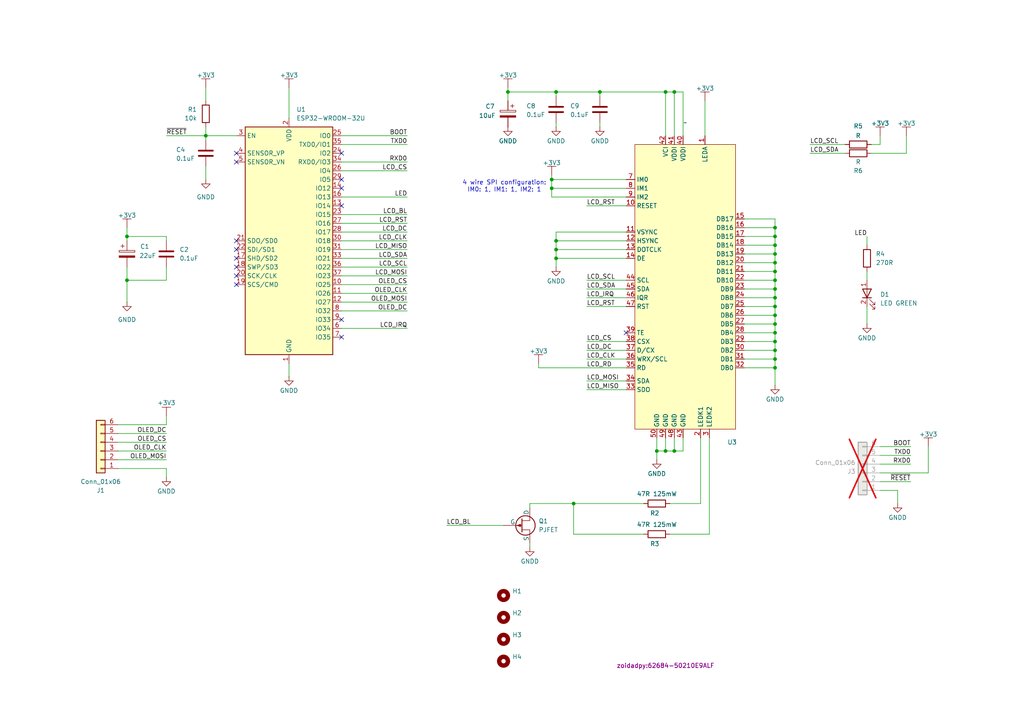
<source format=kicad_sch>
(kicad_sch (version 20250114) (generator "eeschema") (generator_version "9.0")
  (paper "A4")
  (lib_symbols
    (symbol "Connector_Generic:Conn_01x06" (pin_names (offset 1.016) (hide yes))
      (property "Reference" "J" (at 0 7.62 0))
      (property "Value" "Conn_01x06" (at 0 -10.16 0))
      (symbol "Conn_01x06_1_1"
        (rectangle (start -1.27 6.35) (end 1.27 -8.89) (stroke (width 0.254)) (fill (type background)))
        (rectangle (start -1.27 5.207) (end 0 4.953) (stroke (width 0.1524)))
        (rectangle (start -1.27 2.667) (end 0 2.413) (stroke (width 0.1524)))
        (rectangle (start -1.27 0.127) (end 0 -0.127) (stroke (width 0.1524)))
        (rectangle (start -1.27 -2.413) (end 0 -2.667) (stroke (width 0.1524)))
        (rectangle (start -1.27 -4.953) (end 0 -5.207) (stroke (width 0.1524)))
        (rectangle (start -1.27 -7.493) (end 0 -7.747) (stroke (width 0.1524)))
        (pin passive line (at -5.08 5.08 0) (length 3.81) (name "Pin_1") (number "1"))
        (pin passive line (at -5.08 2.54 0) (length 3.81) (name "Pin_2") (number "2"))
        (pin passive line (at -5.08 0 0) (length 3.81) (name "Pin_3") (number "3"))
        (pin passive line (at -5.08 -2.54 0) (length 3.81) (name "Pin_4") (number "4"))
        (pin passive line (at -5.08 -5.08 0) (length 3.81) (name "Pin_5") (number "5"))
        (pin passive line (at -5.08 -7.62 0) (length 3.81) (name "Pin_6") (number "6"))
      )
    )
    (symbol "Device:C" (pin_numbers (hide yes)) (pin_names (offset 0.254))
      (property "Reference" "C" (at 0.635 2.54 0))
      (property "Value" "C" (at 0.635 -2.54 0))
      (symbol "C_0_1"
        (polyline (pts (xy -2.032 0.762) (xy 2.032 0.762)) (stroke (width 0.508)))
        (polyline (pts (xy -2.032 -0.762) (xy 2.032 -0.762)) (stroke (width 0.508)))
      )
      (symbol "C_1_1"
        (pin passive line (at 0 3.81 270) (length 2.794) (name "~") (number "1"))
        (pin passive line (at 0 -3.81 90) (length 2.794) (name "~") (number "2"))
      )
    )
    (symbol "Device:C_Polarized" (pin_numbers (hide yes)) (pin_names (offset 0.254))
      (property "Reference" "C" (at 0.635 2.54 0))
      (property "Value" "C_Polarized" (at 0.635 -2.54 0))
      (symbol "C_Polarized_0_1"
        (rectangle (start -2.286 0.508) (end 2.286 1.016))
        (polyline (pts (xy -1.778 2.286) (xy -0.762 2.286)))
        (polyline (pts (xy -1.27 2.794) (xy -1.27 1.778)))
        (rectangle (start 2.286 -0.508) (end -2.286 -1.016) (fill (type outline)))
      )
      (symbol "C_Polarized_1_1"
        (pin passive line (at 0 3.81 270) (length 2.794) (name "~") (number "1"))
        (pin passive line (at 0 -3.81 90) (length 2.794) (name "~") (number "2"))
      )
    )
    (symbol "Device:LED" (pin_names (offset 1.016) (hide yes))
      (property "Reference" "D?" (at 3.81 -0.3174 90))
      (property "Value" "LED" (at 3.81 -2.8574 90))
      (symbol "LED_0_1"
        (polyline (pts (xy -3.048 -0.762) (xy -4.572 -2.286) (xy -3.81 -2.286) (xy -4.572 -2.286) (xy -4.572 -1.524)))
        (polyline (pts (xy -1.778 -0.762) (xy -3.302 -2.286) (xy -2.54 -2.286) (xy -3.302 -2.286) (xy -3.302 -1.524)))
        (polyline (pts (xy -1.27 0) (xy 1.27 0)))
        (polyline (pts (xy -1.27 -1.27) (xy -1.27 1.27)) (stroke (width 0.254)))
        (polyline (pts (xy 1.27 -1.27) (xy 1.27 1.27) (xy -1.27 0) (xy 1.27 -1.27)) (stroke (width 0.254)))
      )
      (symbol "LED_1_1"
        (pin passive line (at -3.81 0 0) (length 2.54) (name "K") (number "2"))
        (pin passive line (at 3.81 0 180) (length 2.54) (name "A") (number "1"))
      )
    )
    (symbol "Device:R" (pin_numbers (hide yes)) (pin_names (offset 0))
      (property "Reference" "R" (at 2.032 0 90))
      (property "Value" "R" (at 0 0 90))
      (symbol "R_0_1"
        (rectangle (start -1.016 -2.54) (end 1.016 2.54) (stroke (width 0.254)))
      )
      (symbol "R_1_1"
        (pin passive line (at 0 3.81 270) (length 1.27) (name "~") (number "1"))
        (pin passive line (at 0 -3.81 90) (length 1.27) (name "~") (number "2"))
      )
    )
    (symbol "Mechanical:MountingHole" (pin_names (offset 1.016)) (in_bom no)
      (property "Reference" "H" (at 0 5.08 0))
      (property "Value" "MountingHole" (at 0 3.175 0))
      (symbol "MountingHole_0_1"
        (circle (center 0 0) (radius 1.27) (stroke (width 1.27)))
      )
    )
    (symbol "RF_Module:ESP32-WROOM-32U"
      (property "Reference" "U" (at -12.7 34.29 0))
      (property "Value" "ESP32-WROOM-32U" (at 1.27 34.29 0))
      (symbol "ESP32-WROOM-32U_0_1"
        (rectangle (start -12.7 33.02) (end 12.7 -33.02) (stroke (width 0.254)) (fill (type background)))
      )
      (symbol "ESP32-WROOM-32U_1_1"
        (pin input line (at -15.24 30.48 0) (length 2.54) (name "EN") (number "3"))
        (pin input line (at -15.24 25.4 0) (length 2.54) (name "SENSOR_VP") (number "4"))
        (pin input line (at -15.24 22.86 0) (length 2.54) (name "SENSOR_VN") (number "5"))
        (pin bidirectional line (at -15.24 0 0) (length 2.54) (name "SDO/SD0") (number "21"))
        (pin bidirectional line (at -15.24 -2.54 0) (length 2.54) (name "SDI/SD1") (number "22"))
        (pin bidirectional line (at -15.24 -5.08 0) (length 2.54) (name "SHD/SD2") (number "17"))
        (pin bidirectional line (at -15.24 -7.62 0) (length 2.54) (name "SWP/SD3") (number "18"))
        (pin bidirectional line (at -15.24 -10.16 0) (length 2.54) (name "SCK/CLK") (number "20"))
        (pin bidirectional line (at -15.24 -12.7 0) (length 2.54) (name "SCS/CMD") (number "19"))
        (pin no_connect line (at -12.7 -27.94 0) (length 2.54) (hide yes) (name "NC") (number "32"))
        (pin power_in line (at 0 35.56 270) (length 2.54) (name "VDD") (number "2"))
        (pin power_in line (at 0 -35.56 90) (length 2.54) (name "GND") (number "1"))
        (pin passive line (at 0 -35.56 90) (length 2.54) (hide yes) (name "GND") (number "15"))
        (pin passive line (at 0 -35.56 90) (length 2.54) (hide yes) (name "GND") (number "38"))
        (pin passive line (at 0 -35.56 90) (length 2.54) (hide yes) (name "GND") (number "39"))
        (pin bidirectional line (at 15.24 30.48 180) (length 2.54) (name "IO0") (number "25"))
        (pin bidirectional line (at 15.24 27.94 180) (length 2.54) (name "TXD0/IO1") (number "35"))
        (pin bidirectional line (at 15.24 25.4 180) (length 2.54) (name "IO2") (number "24"))
        (pin bidirectional line (at 15.24 22.86 180) (length 2.54) (name "RXD0/IO3") (number "34"))
        (pin bidirectional line (at 15.24 20.32 180) (length 2.54) (name "IO4") (number "26"))
        (pin bidirectional line (at 15.24 17.78 180) (length 2.54) (name "IO5") (number "29"))
        (pin bidirectional line (at 15.24 15.24 180) (length 2.54) (name "IO12") (number "14"))
        (pin bidirectional line (at 15.24 12.7 180) (length 2.54) (name "IO13") (number "16"))
        (pin bidirectional line (at 15.24 10.16 180) (length 2.54) (name "IO14") (number "13"))
        (pin bidirectional line (at 15.24 7.62 180) (length 2.54) (name "IO15") (number "23"))
        (pin bidirectional line (at 15.24 5.08 180) (length 2.54) (name "IO16") (number "27"))
        (pin bidirectional line (at 15.24 2.54 180) (length 2.54) (name "IO17") (number "28"))
        (pin bidirectional line (at 15.24 0 180) (length 2.54) (name "IO18") (number "30"))
        (pin bidirectional line (at 15.24 -2.54 180) (length 2.54) (name "IO19") (number "31"))
        (pin bidirectional line (at 15.24 -5.08 180) (length 2.54) (name "IO21") (number "33"))
        (pin bidirectional line (at 15.24 -7.62 180) (length 2.54) (name "IO22") (number "36"))
        (pin bidirectional line (at 15.24 -10.16 180) (length 2.54) (name "IO23") (number "37"))
        (pin bidirectional line (at 15.24 -12.7 180) (length 2.54) (name "IO25") (number "10"))
        (pin bidirectional line (at 15.24 -15.24 180) (length 2.54) (name "IO26") (number "11"))
        (pin bidirectional line (at 15.24 -17.78 180) (length 2.54) (name "IO27") (number "12"))
        (pin bidirectional line (at 15.24 -20.32 180) (length 2.54) (name "IO32") (number "8"))
        (pin bidirectional line (at 15.24 -22.86 180) (length 2.54) (name "IO33") (number "9"))
        (pin input line (at 15.24 -25.4 180) (length 2.54) (name "IO34") (number "6"))
        (pin input line (at 15.24 -27.94 180) (length 2.54) (name "IO35") (number "7"))
      )
    )
    (symbol "Simulation_SPICE:PJFET" (pin_numbers (hide yes)) (pin_names (offset 0))
      (property "Reference" "Q" (at 5.08 1.27 0))
      (property "Value" "PJFET" (at 5.08 -1.27 0))
      (symbol "PJFET_0_1"
        (polyline (pts (xy -1.143 0) (xy -0.127 0.381) (xy -0.127 -0.381) (xy -1.143 0)) (fill (type outline)))
        (polyline (pts (xy 0.254 1.905) (xy 0.254 -1.905) (xy 0.254 -1.905)) (stroke (width 0.254)))
        (circle (center 1.27 0) (radius 2.8194) (stroke (width 0.254)))
        (polyline (pts (xy 2.54 2.54) (xy 2.54 1.397) (xy 0.254 1.397)))
        (polyline (pts (xy 2.54 -2.54) (xy 2.54 -1.27) (xy 0.254 -1.27)))
      )
      (symbol "PJFET_1_1"
        (pin input line (at -5.08 0 0) (length 5.334) (name "G") (number "2"))
        (pin passive line (at 2.54 5.08 270) (length 2.54) (name "D") (number "1"))
        (pin passive line (at 2.54 -5.08 90) (length 2.54) (name "S") (number "3"))
      )
    )
    (symbol "power:+3V3" (power) (pin_names (offset 0))
      (property "Value" "+3V3" (at 0 3.556 0))
      (symbol "+3V3_0_1"
        (polyline (pts (xy -1.27 2.54) (xy 0 2.54)))
        (polyline (pts (xy 0 2.54) (xy 1.27 2.54)))
        (polyline (pts (xy 0 0) (xy 0 2.54)))
      )
      (symbol "+3V3_1_1"
        (pin power_in line (at 0 0 90) (length 0) (hide yes) (name "+3V3") (number "1"))
      )
    )
    (symbol "power:GND" (power) (pin_numbers (hide yes)) (pin_names (offset 0) (hide yes))
      (property "Value" "GND" (at 0 -3.81 0))
      (symbol "GND_0_1"
        (polyline (pts (xy 0 0) (xy 0 -1.27) (xy 1.27 -1.27) (xy 0 -2.54) (xy -1.27 -1.27) (xy 0 -1.27)))
      )
      (symbol "GND_1_1"
        (pin power_in line (at 0 0 270) (length 0) (name "~") (number "1"))
      )
    )
    (symbol "zoiadpy:ER-TFT035-6"
      (property "Reference" "U" (at 0 0 0))
      (symbol "ER-TFT035-6_1_0"
        (pin input line (at -11.43 140.97 0) (length 2.54) (name "IM0") (number "7"))
        (pin input line (at -11.43 138.43 0) (length 2.54) (name "IM1") (number "8"))
        (pin input line (at -11.43 135.89 0) (length 2.54) (name "IM2") (number "9"))
        (pin input line (at -11.43 133.35 0) (length 2.54) (name "RESET") (number "10"))
        (pin input line (at -11.43 125.73 0) (length 2.54) (name "VSYNC") (number "11"))
        (pin input line (at -11.43 123.19 0) (length 2.54) (name "HSYNC") (number "12"))
        (pin input line (at -11.43 120.65 0) (length 2.54) (name "DOTCLK") (number "13"))
        (pin input line (at -11.43 118.11 0) (length 2.54) (name "DE") (number "14"))
        (pin input line (at -11.43 111.76 0) (length 2.54) (name "SCL") (number "44"))
        (pin input line (at -11.43 109.22 0) (length 2.54) (name "SDA") (number "45"))
        (pin input line (at -11.43 106.68 0) (length 2.54) (name "IQR") (number "46"))
        (pin input line (at -11.43 104.14 0) (length 2.54) (name "RST") (number "47"))
        (pin input line (at -11.43 96.52 0) (length 2.54) (name "TE") (number "39"))
        (pin input line (at -11.43 93.98 0) (length 2.54) (name "CSX") (number "38"))
        (pin input line (at -11.43 91.44 0) (length 2.54) (name "D/CX") (number "37"))
        (pin input line (at -11.43 88.9 0) (length 2.54) (name "WRX/SCL") (number "36"))
        (pin input line (at -11.43 86.36 0) (length 2.54) (name "RD") (number "35"))
        (pin input line (at -11.43 82.55 0) (length 2.54) (name "SDA") (number "34"))
        (pin input line (at -11.43 80.01 0) (length 2.54) (name "SDO") (number "33"))
        (pin input line (at -2.54 66.04 90) (length 2.54) (name "GND") (number "50"))
        (pin input line (at 0 153.67 270) (length 2.54) (name "VCI") (number "42"))
        (pin input line (at 0 66.04 90) (length 2.54) (name "GND") (number "49"))
        (pin input line (at 2.54 153.67 270) (length 2.54) (name "VDDI") (number "41"))
        (pin input line (at 2.54 66.04 90) (length 2.54) (name "GND") (number "48"))
        (pin input line (at 5.08 153.67 270) (length 2.54) (name "VDDI") (number "40"))
        (pin input line (at 5.08 66.04 90) (length 2.54) (name "GND") (number "43"))
        (pin output line (at 12.7 66.04 90) (length 2.54) (name "LEDK2") (number "3"))
        (pin no_connect line (at 22.86 143.51 180) (length 2.54) (hide yes) (name "NC") (number "6"))
        (pin no_connect line (at 22.86 140.97 180) (length 2.54) (hide yes) (name "NC") (number "5"))
        (pin no_connect line (at 22.86 138.43 180) (length 2.54) (hide yes) (name "NC") (number "4"))
        (pin input line (at 22.86 129.54 180) (length 2.54) (name "DB17") (number "15"))
        (pin input line (at 22.86 127 180) (length 2.54) (name "DB16") (number "16"))
        (pin input line (at 22.86 124.46 180) (length 2.54) (name "DB15") (number "17"))
        (pin input line (at 22.86 121.92 180) (length 2.54) (name "DB14") (number "18"))
        (pin input line (at 22.86 119.38 180) (length 2.54) (name "DB13") (number "19"))
        (pin input line (at 22.86 116.84 180) (length 2.54) (name "DB12") (number "20"))
        (pin input line (at 22.86 114.3 180) (length 2.54) (name "DB11") (number "21"))
        (pin input line (at 22.86 111.76 180) (length 2.54) (name "DB10") (number "22"))
        (pin input line (at 22.86 109.22 180) (length 2.54) (name "DB9") (number "23"))
        (pin input line (at 22.86 106.68 180) (length 2.54) (name "DB8") (number "24"))
        (pin input line (at 22.86 104.14 180) (length 2.54) (name "DB7") (number "25"))
        (pin input line (at 22.86 101.6 180) (length 2.54) (name "DB6") (number "26"))
        (pin input line (at 22.86 99.06 180) (length 2.54) (name "DB5") (number "27"))
        (pin input line (at 22.86 96.52 180) (length 2.54) (name "DB4") (number "28"))
        (pin input line (at 22.86 93.98 180) (length 2.54) (name "DB3") (number "29"))
        (pin input line (at 22.86 91.44 180) (length 2.54) (name "DB2") (number "30"))
        (pin input line (at 22.86 88.9 180) (length 2.54) (name "DB1") (number "31"))
        (pin input line (at 22.86 86.36 180) (length 2.54) (name "DB0") (number "32"))
      )
      (symbol "ER-TFT035-6_1_1"
        (rectangle (start -8.89 151.13) (end 20.32 68.58) (fill (type background)))
        (pin output line (at 10.16 66.04 90) (length 2.54) (name "LEDK1") (number "2"))
        (pin output line (at 11.43 153.67 270) (length 2.54) (name "LEDA") (number "1"))
      )
    )
  )
  (text "4 wire SPI configuration:\nIM0: 1, IM1: 1, IM2: 1" (at 146.304 54.102 0) (effects (font (size 1.27 1.27))))
  (junction (at 59.69 39.37))
  (junction (at 224.79 104.14))
  (junction (at 160.02 54.61))
  (junction (at 147.32 26.67))
  (junction (at 195.58 26.67))
  (junction (at 161.29 74.93))
  (junction (at 224.79 81.28))
  (junction (at 36.83 81.28))
  (junction (at 224.79 73.66))
  (junction (at 224.79 86.36))
  (junction (at 224.79 91.44))
  (junction (at 224.79 68.58))
  (junction (at 36.83 68.58))
  (junction (at 160.02 52.07))
  (junction (at 195.58 130.81))
  (junction (at 161.29 69.85))
  (junction (at 224.79 66.04))
  (junction (at 224.79 101.6))
  (junction (at 224.79 96.52))
  (junction (at 166.37 146.05))
  (junction (at 193.04 26.67))
  (junction (at 224.79 76.2))
  (junction (at 224.79 106.68))
  (junction (at 224.79 83.82))
  (junction (at 193.04 130.81))
  (junction (at 161.29 26.67))
  (junction (at 224.79 71.12))
  (junction (at 224.79 88.9))
  (junction (at 224.79 99.06))
  (junction (at 224.79 93.98))
  (junction (at 190.5 130.81))
  (junction (at 161.29 72.39))
  (junction (at 224.79 78.74))
  (junction (at 173.99 26.67))
  (no_connect (at 68.58 80.01))
  (no_connect (at 99.06 59.69))
  (no_connect (at 68.58 82.55))
  (no_connect (at 99.06 92.71))
  (no_connect (at 99.06 52.07))
  (no_connect (at 99.06 44.45))
  (no_connect (at 308.61 118.11))
  (no_connect (at 181.61 96.52))
  (no_connect (at 99.06 97.79))
  (no_connect (at 68.58 46.99))
  (no_connect (at 68.58 44.45))
  (no_connect (at 68.58 72.39))
  (no_connect (at 68.58 74.93))
  (no_connect (at 99.06 54.61))
  (no_connect (at 68.58 77.47))
  (no_connect (at 68.58 69.85))
  (wire (pts (xy 224.79 88.9) (xy 224.79 91.44)))
  (wire (pts (xy 252.73 44.45) (xy 262.89 44.45)))
  (wire (pts (xy 99.06 80.01) (xy 118.11 80.01)))
  (wire (pts (xy 262.89 39.37) (xy 262.89 44.45)))
  (wire (pts (xy 36.83 68.58) (xy 36.83 69.85)))
  (wire (pts (xy 215.9 68.58) (xy 224.79 68.58)))
  (wire (pts (xy 255.27 41.91) (xy 252.73 41.91)))
  (wire (pts (xy 173.99 26.67) (xy 173.99 27.94)))
  (wire (pts (xy 48.26 39.37) (xy 59.69 39.37)))
  (wire (pts (xy 198.12 39.37) (xy 198.12 26.67)))
  (wire (pts (xy 195.58 130.81) (xy 193.04 130.81)))
  (wire (pts (xy 195.58 26.67) (xy 193.04 26.67)))
  (wire (pts (xy 170.18 113.03) (xy 181.61 113.03)))
  (wire (pts (xy 99.06 74.93) (xy 118.11 74.93)))
  (wire (pts (xy 193.04 130.81) (xy 190.5 130.81)))
  (wire (pts (xy 48.26 135.89) (xy 34.29 135.89)))
  (wire (pts (xy 224.79 93.98) (xy 224.79 96.52)))
  (wire (pts (xy 161.29 36.83) (xy 161.29 35.56)))
  (wire (pts (xy 161.29 67.31) (xy 161.29 69.85)))
  (wire (pts (xy 170.18 101.6) (xy 181.61 101.6)))
  (wire (pts (xy 156.21 106.68) (xy 181.61 106.68)))
  (wire (pts (xy 224.79 101.6) (xy 224.79 104.14)))
  (wire (pts (xy 215.9 71.12) (xy 224.79 71.12)))
  (wire (pts (xy 160.02 54.61) (xy 181.61 54.61)))
  (wire (pts (xy 118.11 46.99) (xy 99.06 46.99)))
  (wire (pts (xy 193.04 26.67) (xy 173.99 26.67)))
  (wire (pts (xy 59.69 39.37) (xy 68.58 39.37)))
  (wire (pts (xy 59.69 39.37) (xy 59.69 40.64)))
  (wire (pts (xy 161.29 69.85) (xy 161.29 72.39)))
  (wire (pts (xy 215.9 88.9) (xy 224.79 88.9)))
  (wire (pts (xy 166.37 146.05) (xy 153.67 146.05)))
  (wire (pts (xy 161.29 72.39) (xy 181.61 72.39)))
  (wire (pts (xy 251.46 68.58) (xy 251.46 71.12)))
  (wire (pts (xy 170.18 88.9) (xy 181.61 88.9)))
  (wire (pts (xy 193.04 26.67) (xy 193.04 39.37)))
  (wire (pts (xy 36.83 81.28) (xy 48.26 81.28)))
  (wire (pts (xy 251.46 78.74) (xy 251.46 81.28)))
  (wire (pts (xy 99.06 64.77) (xy 118.11 64.77)))
  (wire (pts (xy 224.79 81.28) (xy 224.79 83.82)))
  (wire (pts (xy 129.54 152.4) (xy 146.05 152.4)))
  (wire (pts (xy 160.02 54.61) (xy 160.02 57.15)))
  (wire (pts (xy 147.32 29.21) (xy 147.32 26.67)))
  (wire (pts (xy 83.82 25.4) (xy 83.82 34.29)))
  (wire (pts (xy 224.79 91.44) (xy 224.79 93.98)))
  (wire (pts (xy 195.58 127) (xy 195.58 130.81)))
  (wire (pts (xy 160.02 57.15) (xy 181.61 57.15)))
  (wire (pts (xy 161.29 26.67) (xy 161.29 27.94)))
  (wire (pts (xy 215.9 81.28) (xy 224.79 81.28)))
  (wire (pts (xy 36.83 66.04) (xy 36.83 68.58)))
  (wire (pts (xy 205.74 127) (xy 205.74 154.94)))
  (wire (pts (xy 224.79 99.06) (xy 224.79 101.6)))
  (wire (pts (xy 36.83 81.28) (xy 36.83 87.63)))
  (wire (pts (xy 215.9 93.98) (xy 224.79 93.98)))
  (wire (pts (xy 161.29 74.93) (xy 161.29 72.39)))
  (wire (pts (xy 99.06 72.39) (xy 118.11 72.39)))
  (wire (pts (xy 34.29 133.35) (xy 48.26 133.35)))
  (wire (pts (xy 118.11 41.91) (xy 99.06 41.91)))
  (wire (pts (xy 215.9 99.06) (xy 224.79 99.06)))
  (wire (pts (xy 160.02 52.07) (xy 160.02 54.61)))
  (wire (pts (xy 215.9 106.68) (xy 224.79 106.68)))
  (wire (pts (xy 203.2 127) (xy 203.2 146.05)))
  (wire (pts (xy 255.27 134.62) (xy 264.16 134.62)))
  (wire (pts (xy 83.82 105.41) (xy 83.82 109.22)))
  (wire (pts (xy 224.79 71.12) (xy 224.79 73.66)))
  (wire (pts (xy 147.32 25.4) (xy 147.32 26.67)))
  (wire (pts (xy 215.9 86.36) (xy 224.79 86.36)))
  (wire (pts (xy 203.2 146.05) (xy 194.31 146.05)))
  (wire (pts (xy 255.27 129.54) (xy 264.16 129.54)))
  (wire (pts (xy 99.06 67.31) (xy 118.11 67.31)))
  (wire (pts (xy 166.37 146.05) (xy 166.37 154.94)))
  (wire (pts (xy 170.18 81.28) (xy 181.61 81.28)))
  (wire (pts (xy 224.79 83.82) (xy 224.79 86.36)))
  (wire (pts (xy 215.9 96.52) (xy 224.79 96.52)))
  (wire (pts (xy 118.11 39.37) (xy 99.06 39.37)))
  (wire (pts (xy 48.26 77.47) (xy 48.26 81.28)))
  (wire (pts (xy 269.24 129.54) (xy 269.24 137.16)))
  (wire (pts (xy 215.9 66.04) (xy 224.79 66.04)))
  (wire (pts (xy 186.69 146.05) (xy 166.37 146.05)))
  (wire (pts (xy 153.67 146.05) (xy 153.67 147.32)))
  (wire (pts (xy 48.26 68.58) (xy 48.26 69.85)))
  (wire (pts (xy 251.46 88.9) (xy 251.46 93.98)))
  (wire (pts (xy 215.9 104.14) (xy 224.79 104.14)))
  (wire (pts (xy 173.99 36.83) (xy 173.99 35.56)))
  (wire (pts (xy 205.74 154.94) (xy 194.31 154.94)))
  (wire (pts (xy 190.5 130.81) (xy 190.5 133.35)))
  (wire (pts (xy 99.06 77.47) (xy 118.11 77.47)))
  (wire (pts (xy 99.06 57.15) (xy 118.11 57.15)))
  (wire (pts (xy 160.02 50.8) (xy 160.02 52.07)))
  (wire (pts (xy 269.24 137.16) (xy 255.27 137.16)))
  (wire (pts (xy 215.9 73.66) (xy 224.79 73.66)))
  (wire (pts (xy 255.27 142.24) (xy 260.35 142.24)))
  (wire (pts (xy 255.27 39.37) (xy 255.27 41.91)))
  (wire (pts (xy 170.18 104.14) (xy 181.61 104.14)))
  (wire (pts (xy 48.26 138.43) (xy 48.26 135.89)))
  (wire (pts (xy 215.9 83.82) (xy 224.79 83.82)))
  (wire (pts (xy 160.02 52.07) (xy 181.61 52.07)))
  (wire (pts (xy 99.06 69.85) (xy 118.11 69.85)))
  (wire (pts (xy 170.18 59.69) (xy 181.61 59.69)))
  (wire (pts (xy 198.12 127) (xy 198.12 130.81)))
  (wire (pts (xy 224.79 86.36) (xy 224.79 88.9)))
  (wire (pts (xy 170.18 110.49) (xy 181.61 110.49)))
  (wire (pts (xy 224.79 106.68) (xy 224.79 111.76)))
  (wire (pts (xy 59.69 48.26) (xy 59.69 52.07)))
  (wire (pts (xy 156.21 105.41) (xy 156.21 106.68)))
  (wire (pts (xy 234.95 44.45) (xy 245.11 44.45)))
  (wire (pts (xy 161.29 26.67) (xy 173.99 26.67)))
  (wire (pts (xy 215.9 63.5) (xy 224.79 63.5)))
  (wire (pts (xy 224.79 68.58) (xy 224.79 71.12)))
  (wire (pts (xy 161.29 69.85) (xy 181.61 69.85)))
  (wire (pts (xy 34.29 128.27) (xy 48.26 128.27)))
  (wire (pts (xy 260.35 142.24) (xy 260.35 146.05)))
  (wire (pts (xy 99.06 85.09) (xy 118.11 85.09)))
  (wire (pts (xy 255.27 139.7) (xy 264.16 139.7)))
  (wire (pts (xy 48.26 123.19) (xy 34.29 123.19)))
  (wire (pts (xy 99.06 82.55) (xy 118.11 82.55)))
  (wire (pts (xy 186.69 154.94) (xy 166.37 154.94)))
  (wire (pts (xy 198.12 130.81) (xy 195.58 130.81)))
  (wire (pts (xy 34.29 125.73) (xy 48.26 125.73)))
  (wire (pts (xy 215.9 76.2) (xy 224.79 76.2)))
  (wire (pts (xy 153.67 158.75) (xy 153.67 157.48)))
  (wire (pts (xy 170.18 83.82) (xy 181.61 83.82)))
  (wire (pts (xy 224.79 66.04) (xy 224.79 68.58)))
  (wire (pts (xy 170.18 86.36) (xy 181.61 86.36)))
  (wire (pts (xy 224.79 76.2) (xy 224.79 78.74)))
  (wire (pts (xy 190.5 127) (xy 190.5 130.81)))
  (wire (pts (xy 170.18 99.06) (xy 181.61 99.06)))
  (wire (pts (xy 215.9 101.6) (xy 224.79 101.6)))
  (wire (pts (xy 99.06 90.17) (xy 118.11 90.17)))
  (wire (pts (xy 99.06 49.53) (xy 118.11 49.53)))
  (wire (pts (xy 147.32 26.67) (xy 161.29 26.67)))
  (wire (pts (xy 204.47 29.21) (xy 204.47 39.37)))
  (wire (pts (xy 224.79 73.66) (xy 224.79 76.2)))
  (wire (pts (xy 195.58 39.37) (xy 195.58 26.67)))
  (wire (pts (xy 59.69 36.83) (xy 59.69 39.37)))
  (wire (pts (xy 181.61 67.31) (xy 161.29 67.31)))
  (wire (pts (xy 99.06 62.23) (xy 118.11 62.23)))
  (wire (pts (xy 255.27 132.08) (xy 264.16 132.08)))
  (wire (pts (xy 224.79 96.52) (xy 224.79 99.06)))
  (wire (pts (xy 36.83 68.58) (xy 48.26 68.58)))
  (wire (pts (xy 34.29 130.81) (xy 48.26 130.81)))
  (wire (pts (xy 215.9 91.44) (xy 224.79 91.44)))
  (wire (pts (xy 198.12 26.67) (xy 195.58 26.67)))
  (wire (pts (xy 193.04 127) (xy 193.04 130.81)))
  (wire (pts (xy 234.95 41.91) (xy 245.11 41.91)))
  (wire (pts (xy 99.06 87.63) (xy 118.11 87.63)))
  (wire (pts (xy 161.29 74.93) (xy 161.29 77.47)))
  (wire (pts (xy 48.26 120.65) (xy 48.26 123.19)))
  (wire (pts (xy 59.69 25.4) (xy 59.69 29.21)))
  (wire (pts (xy 161.29 74.93) (xy 181.61 74.93)))
  (wire (pts (xy 224.79 63.5) (xy 224.79 66.04)))
  (wire (pts (xy 224.79 104.14) (xy 224.79 106.68)))
  (wire (pts (xy 215.9 78.74) (xy 224.79 78.74)))
  (wire (pts (xy 224.79 78.74) (xy 224.79 81.28)))
  (wire (pts (xy 99.06 95.25) (xy 118.11 95.25)))
  (wire (pts (xy 36.83 77.47) (xy 36.83 81.28)))
  (label "LCD_MISO" (at 118.11 72.39 180))
  (label "OLED_MOSI" (at 48.26 133.35 180))
  (label "LCD_IRQ" (at 170.18 86.36 0))
  (label "LCD_MOSI" (at 118.11 80.01 180))
  (label "LCD_SCL" (at 170.18 81.28 0))
  (label "TXD0" (at 118.11 41.91 180))
  (label "OLED_DC" (at 118.11 90.17 180))
  (label "LCD_CLK" (at 118.11 69.85 180))
  (label "LCD_IRQ" (at 118.11 95.25 180))
  (label "RXD0" (at 118.11 46.99 180))
  (label "OLED_CLK" (at 48.26 130.81 180))
  (label "BOOT" (at 118.11 39.37 180))
  (label "LCD_DC" (at 170.18 101.6 0))
  (label "OLED_CS" (at 48.26 128.27 180))
  (label "LCD_SDA" (at 170.18 83.82 0))
  (label "LCD_MISO" (at 170.18 113.03 0))
  (label "~{RESET}" (at 264.16 139.7 180))
  (label "LCD_SCL" (at 234.95 41.91 0))
  (label "LCD_RST" (at 170.18 59.69 0))
  (label "LCD_MOSI" (at 170.18 110.49 0))
  (label "~{RESET}" (at 48.26 39.37 0))
  (label "OLED_MOSI" (at 118.11 87.63 180))
  (label "LCD_RST" (at 170.18 88.9 0))
  (label "OLED_CS" (at 118.11 82.55 180))
  (label "OLED_CLK" (at 118.11 85.09 180))
  (label "LCD_CS" (at 118.11 49.53 180))
  (label "LCD_RD" (at 170.18 106.68 0))
  (label "LCD_DC" (at 118.11 67.31 180))
  (label "LCD_BL" (at 129.54 152.4 0))
  (label "RXD0" (at 264.16 134.62 180))
  (label "LCD_BL" (at 118.11 62.23 180))
  (label "BOOT" (at 264.16 129.54 180))
  (label "TXD0" (at 264.16 132.08 180))
  (label "LCD_SDA" (at 118.11 74.93 180))
  (label "LCD_SDA" (at 234.95 44.45 0))
  (label "LCD_RST" (at 118.11 64.77 180))
  (label "OLED_DC" (at 48.26 125.73 180))
  (label "LED" (at 251.46 68.58 180))
  (label "LCD_CLK" (at 170.18 104.14 0))
  (label "LCD_SCL" (at 118.11 77.47 180))
  (label "LED" (at 118.11 57.15 180))
  (label "LCD_CS" (at 170.18 99.06 0))
  (symbol (lib_id "Mechanical:MountingHole") (at 146.05 185.42 0) (unit 1) (in_bom no)
    (property "Reference" "H3" (at 148.59 184.1499 0) (effects (justify left)))
    (property "Value" "MountingHole" (effects (hide yes)))
    (property "Footprint" "MountingHole:MountingHole_3.2mm_M3" (effects (hide yes)))
    (property "Description" "Mounting Hole without connection" (effects (hide yes)))
  )
  (symbol (lib_id "Mechanical:MountingHole") (at 146.05 191.77 0) (unit 1) (in_bom no)
    (property "Reference" "H4" (at 148.59 190.4999 0) (effects (justify left)))
    (property "Value" "MountingHole" (effects (hide yes)))
    (property "Footprint" "MountingHole:MountingHole_3.2mm_M3" (effects (hide yes)))
    (property "Description" "Mounting Hole without connection" (effects (hide yes)))
  )
  (symbol (lib_id "power:GND") (at 260.35 146.05 0) (mirror y) (unit 1)
    (property "Reference" "#PWR027" (effects (hide yes)))
    (property "Value" "GNDD" (at 260.35 150.1124 0))
  )
  (symbol (lib_id "power:GND") (at 224.79 111.76 0) (mirror y) (unit 1)
    (property "Reference" "#PWR025" (effects (hide yes)))
    (property "Value" "GNDD" (at 224.79 115.8224 0))
  )
  (symbol (lib_id "power:GND") (at 59.69 52.07 0) (unit 1)
    (property "Reference" "#PWR08" (effects (hide yes)))
    (property "Value" "GNDD" (at 59.69 57.15 0))
  )
  (symbol (lib_id "power:GND") (at 251.46 93.98 0) (mirror y) (unit 1)
    (property "Reference" "#PWR026" (effects (hide yes)))
    (property "Value" "GNDD" (at 251.46 98.0424 0))
  )
  (symbol (lib_id "Connector_Generic:Conn_01x06") (at 29.21 130.81 180) (unit 1)
    (property "Reference" "J1" (at 29.21 142.24 0))
    (property "Value" "Conn_01x06" (at 29.21 139.7 0))
    (property "Footprint" "Connector_PinHeader_2.54mm:PinHeader_1x06_P2.54mm_Horizontal" (effects (hide yes)))
    (property "Description" "Generic connector, single row, 01x06, script generated (kicad-library-utils/schlib/autogen/connector/)" (effects (hide yes)))
  )
  (symbol (lib_id "Device:C") (at 48.26 73.66 0) (unit 1)
    (property "Reference" "C2" (at 52.07 72.3899 0) (effects (justify left)))
    (property "Value" "0.1uF" (at 52.07 74.9299 0) (effects (justify left)))
    (property "Footprint" "Capacitor_SMD:C_0603_1608Metric" (effects (hide yes)))
    (property "Description" "0.1 µF ±10% 100V Ceramic Capacitor X7R 0603 (1608 Metric)" (effects (hide yes)))
    (property "Manufacturer" "Murata Electronics" (effects (hide yes)))
    (property "Manufacturer Product Number" "GRM188R72A104KA35D" (effects (hide yes)))
  )
  (symbol (lib_id "Device:R") (at 190.5 154.94 90) (mirror x) (unit 1)
    (property "Reference" "R3" (at 191.262 157.734 90) (effects (justify left)))
    (property "Value" "47R 125mW" (at 196.342 152.146 90) (effects (justify left)))
    (property "Footprint" "Resistor_SMD:R_0805_2012Metric" (effects (hide yes)))
    (property "Description" "Resistor" (effects (hide yes)))
  )
  (symbol (lib_id "Device:R") (at 248.92 44.45 90) (mirror x) (unit 1)
    (property "Reference" "R6" (at 248.92 49.53 90))
    (property "Value" "R" (at 248.92 46.99 90))
    (property "Footprint" "Resistor_SMD:R_0603_1608Metric" (effects (hide yes)))
    (property "Description" "Resistor" (effects (hide yes)))
  )
  (symbol (lib_id "RF_Module:ESP32-WROOM-32U") (at 83.82 69.85 0) (unit 1)
    (property "Reference" "U1" (at 85.9633 31.75 0) (effects (justify left)))
    (property "Value" "ESP32-WROOM-32U" (at 85.9633 34.29 0) (effects (justify left)))
    (property "Footprint" "RF_Module:ESP32-WROOM-32U" (effects (hide yes)))
    (property "Datasheet" "https://www.espressif.com/sites/default/files/documentation/esp32-wroom-32d_esp32-wroom-32u_datasheet_en.pdf" (effects (hide yes)))
    (property "Description" "RF Module, ESP32-D0WD SoC, Wi-Fi 802.11b/g/n, Bluetooth, BLE, 32-bit, 2.7-3.6V, external antenna, SMD" (effects (hide yes)))
  )
  (symbol (lib_id "power:GND") (at 161.29 77.47 0) (mirror y) (unit 1)
    (property "Reference" "#PWR021" (effects (hide yes)))
    (property "Value" "GNDD" (at 161.29 81.5324 0))
  )
  (symbol (lib_id "Device:C_Polarized") (at 147.32 33.02 0) (mirror y) (unit 1)
    (property "Reference" "C7" (at 143.51 30.8609 0) (effects (justify left)))
    (property "Value" "10uF" (at 143.764 33.528 0) (effects (justify left)))
    (property "Footprint" "Capacitor_Tantalum_SMD:CP_EIA-2012-12_Kemet-R" (effects (hide yes)))
    (property "Description" "CAP TANT 22UF 20% 6.3V 0805" (effects (hide yes)))
    (property "JLC" "C5674" (effects (hide yes)))
  )
  (symbol (lib_id "Device:LED") (at 251.46 85.09 90) (unit 1)
    (property "Reference" "D1" (at 255.27 85.4074 90) (effects (justify right)))
    (property "Value" "LED GREEN" (at 255.27 87.9474 90) (effects (justify right)))
    (property "Footprint" "LED_SMD:LED_0603_1608Metric" (effects (hide yes)))
  )
  (symbol (lib_id "power:GND") (at 83.82 109.22 0) (mirror y) (unit 1)
    (property "Reference" "#PWR011" (effects (hide yes)))
    (property "Value" "GNDD" (at 83.82 113.2824 0))
  )
  (symbol (lib_id "power:+3V3") (at 204.47 29.21 0) (unit 1)
    (property "Reference" "#PWR024" (effects (hide yes)))
    (property "Value" "+3V3" (at 204.47 25.6342 0))
  )
  (symbol (lib_id "Device:R") (at 248.92 41.91 90) (unit 1)
    (property "Reference" "R5" (at 248.92 36.576 90))
    (property "Value" "R" (at 248.92 39.37 90))
    (property "Footprint" "Resistor_SMD:R_0603_1608Metric" (effects (hide yes)))
    (property "Description" "Resistor" (effects (hide yes)))
  )
  (symbol (lib_id "power:GND") (at 161.29 36.83 0) (mirror y) (unit 1)
    (property "Reference" "#PWR020" (effects (hide yes)))
    (property "Value" "GNDD" (at 161.29 40.8924 0))
  )
  (symbol (lib_id "Device:R") (at 190.5 146.05 90) (mirror x) (unit 1)
    (property "Reference" "R2" (at 191.262 148.844 90) (effects (justify left)))
    (property "Value" "47R 125mW" (at 196.342 143.256 90) (effects (justify left)))
    (property "Footprint" "Resistor_SMD:R_0805_2012Metric" (effects (hide yes)))
    (property "Description" "Resistor" (effects (hide yes)))
  )
  (symbol (lib_id "power:GND") (at 153.67 158.75 0) (mirror y) (unit 1)
    (property "Reference" "#PWR017" (effects (hide yes)))
    (property "Value" "GNDD" (at 153.67 162.8124 0))
  )
  (symbol (lib_id "Device:R") (at 251.46 74.93 180) (unit 1)
    (property "Reference" "R4" (at 254 73.6599 0) (effects (justify right)))
    (property "Value" "270R" (at 254 76.1999 0) (effects (justify right)))
    (property "Footprint" "Resistor_SMD:R_0603_1608Metric" (effects (hide yes)))
    (property "Farnell" "2141320" (effects (hide yes)))
  )
  (symbol (lib_id "power:+3V3") (at 160.02 50.8 0) (unit 1)
    (property "Reference" "#PWR019" (effects (hide yes)))
    (property "Value" "+3V3" (at 160.02 47.2242 0))
  )
  (symbol (lib_id "Connector_Generic:Conn_01x06") (at 250.19 137.16 180) (unit 1) (in_bom no) (dnp yes)
    (property "Reference" "J3" (at 248.158 136.7247 0) (effects (justify left)))
    (property "Value" "Conn_01x06" (at 248.158 134.1878 0) (effects (justify left)))
    (property "Footprint" "Connector_PinHeader_2.54mm:PinHeader_1x06_P2.54mm_Vertical" (effects (hide yes)))
    (property "Description" "Connector Header Through Hole 6 position 0.100\" (2.54mm)" (effects (hide yes)))
    (property "Manufacturer" "Würth Elektronik" (effects (hide yes)))
    (property "Manufacturer Product Number" "61300611121" (effects (hide yes)))
  )
  (symbol (lib_id "power:GND") (at 36.83 87.63 0) (unit 1)
    (property "Reference" "#PWR02" (effects (hide yes)))
    (property "Value" "GNDD" (at 36.83 92.71 0))
  )
  (symbol (lib_id "power:GND") (at 48.26 138.43 0) (mirror y) (unit 1)
    (property "Reference" "#PWR05" (effects (hide yes)))
    (property "Value" "GNDD" (at 48.26 142.4924 0))
  )
  (symbol (lib_id "power:+3V3") (at 59.69 25.4 0) (unit 1)
    (property "Reference" "#PWR07" (effects (hide yes)))
    (property "Value" "+3V3" (at 59.69 21.8242 0))
  )
  (symbol (lib_id "Device:C_Polarized") (at 36.83 73.66 0) (unit 1)
    (property "Reference" "C1" (at 40.64 71.5009 0) (effects (justify left)))
    (property "Value" "22uF" (at 40.386 74.168 0) (effects (justify left)))
    (property "Footprint" "Capacitor_Tantalum_SMD:CP_EIA-2012-12_Kemet-R" (effects (hide yes)))
    (property "Description" "CAP TANT 22UF 20% 6.3V 0805" (effects (hide yes)))
    (property "JLC" "C5674" (effects (hide yes)))
  )
  (symbol (lib_id "power:+3V3") (at 255.27 39.37 0) (unit 1)
    (property "Reference" "#PWR029" (effects (hide yes)))
    (property "Value" "+3V3" (at 255.27 35.7942 0))
  )
  (symbol (lib_id "power:+3V3") (at 156.21 105.41 0) (unit 1)
    (property "Reference" "#PWR018" (effects (hide yes)))
    (property "Value" "+3V3" (at 156.21 101.8342 0))
  )
  (symbol (lib_id "power:+3V3") (at 48.26 120.65 0) (unit 1)
    (property "Reference" "#PWR04" (effects (hide yes)))
    (property "Value" "+3V3" (at 48.26 116.84 0))
  )
  (symbol (lib_id "Device:R") (at 59.69 33.02 0) (mirror x) (unit 1)
    (property "Reference" "R1" (at 57.15 31.7499 0) (effects (justify right)))
    (property "Value" "10k" (at 57.15 34.2899 0) (effects (justify right)))
    (property "Footprint" "Resistor_SMD:R_0603_1608Metric" (effects (hide yes)))
    (property "Description" "RES 59 OHM 1% 1/4W 0603" (effects (hide yes)))
    (property "Manufacturer" "TE Connectivity Passive Product" (effects (hide yes)))
  )
  (symbol (lib_id "power:GND") (at 147.32 36.83 0) (unit 1)
    (property "Reference" "#PWR016" (effects (hide yes)))
    (property "Value" "GNDD" (at 147.32 40.8924 0))
  )
  (symbol (lib_id "Mechanical:MountingHole") (at 146.05 172.72 0) (unit 1) (in_bom no)
    (property "Reference" "H1" (at 148.59 171.4499 0) (effects (justify left)))
    (property "Value" "MountingHole" (effects (hide yes)))
    (property "Footprint" "MountingHole:MountingHole_3.2mm_M3" (effects (hide yes)))
    (property "Description" "Mounting Hole without connection" (effects (hide yes)))
  )
  (symbol (lib_id "power:GND") (at 173.99 36.83 0) (mirror y) (unit 1)
    (property "Reference" "#PWR022" (effects (hide yes)))
    (property "Value" "GNDD" (at 173.99 40.8924 0))
  )
  (symbol (lib_id "power:+3V3") (at 147.32 25.4 0) (unit 1)
    (property "Reference" "#PWR015" (effects (hide yes)))
    (property "Value" "+3V3" (at 147.32 21.8242 0))
  )
  (symbol (lib_id "Device:C") (at 59.69 44.45 0) (unit 1)
    (property "Reference" "C4" (at 51.054 43.434 0) (effects (justify left)))
    (property "Value" "0.1uF" (at 51.054 45.974 0) (effects (justify left)))
    (property "Footprint" "Capacitor_SMD:C_0603_1608Metric" (effects (hide yes)))
    (property "Description" "0.1 µF ±10% 100V Ceramic Capacitor X7R 0603 (1608 Metric)" (effects (hide yes)))
    (property "Manufacturer" "Murata Electronics" (effects (hide yes)))
    (property "Manufacturer Product Number" "GRM188R72A104KA35D" (effects (hide yes)))
  )
  (symbol (lib_id "power:+3V3") (at 36.83 66.04 0) (unit 1)
    (property "Reference" "#PWR01" (effects (hide yes)))
    (property "Value" "+3V3" (at 36.83 62.4642 0))
  )
  (symbol (lib_id "Device:C") (at 161.29 31.75 0) (unit 1)
    (property "Reference" "C8" (at 152.654 30.734 0) (effects (justify left)))
    (property "Value" "0.1uF" (at 152.654 33.274 0) (effects (justify left)))
    (property "Footprint" "Capacitor_SMD:C_0603_1608Metric" (effects (hide yes)))
    (property "Description" "0.1 µF ±10% 100V Ceramic Capacitor X7R 0603 (1608 Metric)" (effects (hide yes)))
    (property "Manufacturer" "Murata Electronics" (effects (hide yes)))
    (property "Manufacturer Product Number" "GRM188R72A104KA35D" (effects (hide yes)))
  )
  (symbol (lib_id "zoiadpy:ER-TFT035-6") (at 193.04 193.04 0) (unit 1)
    (property "Reference" "U3" (at 212.344 128.27 0))
    (property "Value" "~" (at 198.755 35.56 0))
    (property "Footprint" "zoidadpy:62684-50210E9ALF" (at 193.04 193.04 0))
  )
  (symbol (lib_id "Simulation_SPICE:PJFET") (at 151.13 152.4 0) (unit 1)
    (property "Reference" "Q1" (at 156.21 151.1299 0) (effects (justify left)))
    (property "Value" "PJFET" (at 156.21 153.6699 0) (effects (justify left)))
    (property "Datasheet" "https://ngspice.sourceforge.io/docs/ngspice-html-manual/manual.xhtml#cha_JFETs" (effects (hide yes)))
    (property "Description" "P-JFET transistor, for simulation only" (effects (hide yes)))
    (property "Sim.Device" "PJFET" (effects (hide yes)))
    (property "Sim.Type" "SHICHMANHODGES" (effects (hide yes)))
    (property "Sim.Pins" "1=D 2=G 3=S" (effects (hide yes)))
  )
  (symbol (lib_id "power:+3V3") (at 83.82 25.4 0) (unit 1)
    (property "Reference" "#PWR010" (effects (hide yes)))
    (property "Value" "+3V3" (at 83.82 21.8242 0))
  )
  (symbol (lib_id "power:GND") (at 190.5 133.35 0) (mirror y) (unit 1)
    (property "Reference" "#PWR023" (effects (hide yes)))
    (property "Value" "GNDD" (at 190.5 137.4124 0))
  )
  (symbol (lib_id "power:+3V3") (at 269.24 129.54 0) (unit 1)
    (property "Reference" "#PWR028" (effects (hide yes)))
    (property "Value" "+3V3" (at 269.24 125.9642 0))
  )
  (symbol (lib_id "Mechanical:MountingHole") (at 146.05 179.07 0) (unit 1) (in_bom no)
    (property "Reference" "H2" (at 148.59 177.7999 0) (effects (justify left)))
    (property "Value" "MountingHole" (effects (hide yes)))
    (property "Footprint" "MountingHole:MountingHole_3.2mm_M3" (effects (hide yes)))
    (property "Description" "Mounting Hole without connection" (effects (hide yes)))
  )
  (symbol (lib_id "power:+3V3") (at 262.89 39.37 0) (unit 1)
    (property "Reference" "#PWR030" (effects (hide yes)))
    (property "Value" "+3V3" (at 262.89 35.7942 0))
  )
  (symbol (lib_id "Device:C") (at 173.99 31.75 0) (unit 1)
    (property "Reference" "C9" (at 165.354 30.734 0) (effects (justify left)))
    (property "Value" "0.1uF" (at 165.354 33.274 0) (effects (justify left)))
    (property "Footprint" "Capacitor_SMD:C_0603_1608Metric" (effects (hide yes)))
    (property "Description" "0.1 µF ±10% 100V Ceramic Capacitor X7R 0603 (1608 Metric)" (effects (hide yes)))
    (property "Manufacturer" "Murata Electronics" (effects (hide yes)))
    (property "Manufacturer Product Number" "GRM188R72A104KA35D" (effects (hide yes)))
  )
)
</source>
